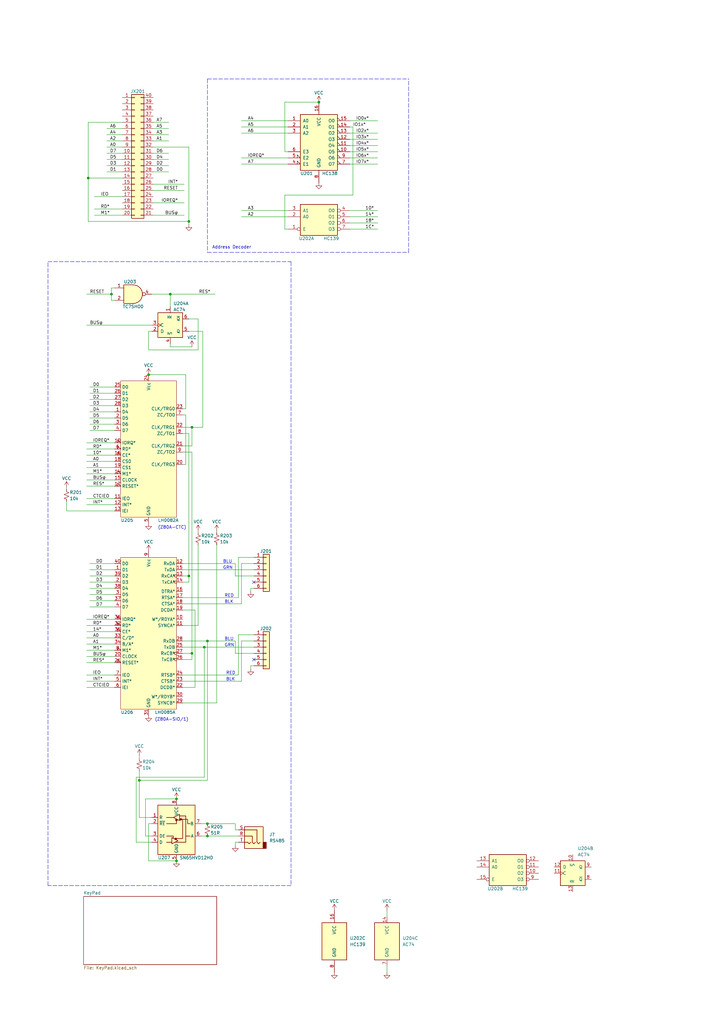
<source format=kicad_sch>
(kicad_sch (version 20211123) (generator eeschema)
  (paper "A3" portrait)
  (lib_symbols
    (symbol "74xx:74LS138" (pin_names (offset 1.016))
      (property "Reference" "U" (at -7.62 11.43 0))
      (property "Value" "74LS138" (at -7.62 -13.97 0))
      (symbol "74LS138_1_0"
        (pin input line (at -12.7 7.62 0) (length 5.08) (name "A0") (number "1"))
        (pin output output_low (at 12.7 -5.08 180) (length 5.08) (name "O5") (number "10"))
        (pin output output_low (at 12.7 -2.54 180) (length 5.08) (name "O4") (number "11"))
        (pin output output_low (at 12.7 0 180) (length 5.08) (name "O3") (number "12"))
        (pin output output_low (at 12.7 2.54 180) (length 5.08) (name "O2") (number "13"))
        (pin output output_low (at 12.7 5.08 180) (length 5.08) (name "O1") (number "14"))
        (pin output output_low (at 12.7 7.62 180) (length 5.08) (name "O0") (number "15"))
        (pin power_in line (at 0 15.24 270) (length 5.08) (name "VCC") (number "16"))
        (pin input line (at -12.7 5.08 0) (length 5.08) (name "A1") (number "2"))
        (pin input line (at -12.7 2.54 0) (length 5.08) (name "A2") (number "3"))
        (pin input input_low (at -12.7 -10.16 0) (length 5.08) (name "E1") (number "4"))
        (pin input input_low (at -12.7 -7.62 0) (length 5.08) (name "E2") (number "5"))
        (pin input line (at -12.7 -5.08 0) (length 5.08) (name "E3") (number "6"))
        (pin output output_low (at 12.7 -10.16 180) (length 5.08) (name "O7") (number "7"))
        (pin power_in line (at 0 -17.78 90) (length 5.08) (name "GND") (number "8"))
        (pin output output_low (at 12.7 -7.62 180) (length 5.08) (name "O6") (number "9"))
      )
      (symbol "74LS138_1_1"
        (rectangle (start -7.62 10.16) (end 7.62 -12.7) (stroke (width 0.254)) (fill (type background)))
      )
    )
    (symbol "74xx:74LS139" (pin_names (offset 1.016))
      (property "Reference" "U" (at -7.62 8.89 0))
      (property "Value" "74LS139" (at -7.62 -8.89 0))
      (symbol "74LS139_1_0"
        (pin input inverted (at -12.7 -5.08 0) (length 5.08) (name "E") (number "1"))
        (pin input line (at -12.7 0 0) (length 5.08) (name "A0") (number "2"))
        (pin input line (at -12.7 2.54 0) (length 5.08) (name "A1") (number "3"))
        (pin output inverted (at 12.7 2.54 180) (length 5.08) (name "O0") (number "4"))
        (pin output inverted (at 12.7 0 180) (length 5.08) (name "O1") (number "5"))
        (pin output inverted (at 12.7 -2.54 180) (length 5.08) (name "O2") (number "6"))
        (pin output inverted (at 12.7 -5.08 180) (length 5.08) (name "O3") (number "7"))
      )
      (symbol "74LS139_1_1"
        (rectangle (start -7.62 5.08) (end 7.62 -7.62) (stroke (width 0.254)) (fill (type background)))
      )
      (symbol "74LS139_2_0"
        (pin output inverted (at 12.7 -2.54 180) (length 5.08) (name "O2") (number "10"))
        (pin output inverted (at 12.7 0 180) (length 5.08) (name "O1") (number "11"))
        (pin output inverted (at 12.7 2.54 180) (length 5.08) (name "O0") (number "12"))
        (pin input line (at -12.7 2.54 0) (length 5.08) (name "A1") (number "13"))
        (pin input line (at -12.7 0 0) (length 5.08) (name "A0") (number "14"))
        (pin input inverted (at -12.7 -5.08 0) (length 5.08) (name "E") (number "15"))
        (pin output inverted (at 12.7 -5.08 180) (length 5.08) (name "O3") (number "9"))
      )
      (symbol "74LS139_2_1"
        (rectangle (start -7.62 5.08) (end 7.62 -7.62) (stroke (width 0.254)) (fill (type background)))
      )
      (symbol "74LS139_3_0"
        (pin power_in line (at 0 12.7 270) (length 5.08) (name "VCC") (number "16"))
        (pin power_in line (at 0 -12.7 90) (length 5.08) (name "GND") (number "8"))
      )
      (symbol "74LS139_3_1"
        (rectangle (start -5.08 7.62) (end 5.08 -7.62) (stroke (width 0.254)) (fill (type background)))
      )
    )
    (symbol "74xx:74LS74" (pin_names (offset 1.016))
      (property "Reference" "U" (at -7.62 8.89 0))
      (property "Value" "74LS74" (at -7.62 -8.89 0))
      (symbol "74LS74_1_0"
        (pin input line (at 0 -7.62 90) (length 2.54) (name "~{R}") (number "1"))
        (pin input line (at -7.62 2.54 0) (length 2.54) (name "D") (number "2"))
        (pin input clock (at -7.62 0 0) (length 2.54) (name "C") (number "3"))
        (pin input line (at 0 7.62 270) (length 2.54) (name "~{S}") (number "4"))
        (pin output line (at 7.62 2.54 180) (length 2.54) (name "Q") (number "5"))
        (pin output line (at 7.62 -2.54 180) (length 2.54) (name "~{Q}") (number "6"))
      )
      (symbol "74LS74_1_1"
        (rectangle (start -5.08 5.08) (end 5.08 -5.08) (stroke (width 0.254)) (fill (type background)))
      )
      (symbol "74LS74_2_0"
        (pin input line (at 0 7.62 270) (length 2.54) (name "~{S}") (number "10"))
        (pin input clock (at -7.62 0 0) (length 2.54) (name "C") (number "11"))
        (pin input line (at -7.62 2.54 0) (length 2.54) (name "D") (number "12"))
        (pin input line (at 0 -7.62 90) (length 2.54) (name "~{R}") (number "13"))
        (pin output line (at 7.62 -2.54 180) (length 2.54) (name "~{Q}") (number "8"))
        (pin output line (at 7.62 2.54 180) (length 2.54) (name "Q") (number "9"))
      )
      (symbol "74LS74_2_1"
        (rectangle (start -5.08 5.08) (end 5.08 -5.08) (stroke (width 0.254)) (fill (type background)))
      )
      (symbol "74LS74_3_0"
        (pin power_in line (at 0 10.16 270) (length 2.54) (name "VCC") (number "14"))
        (pin power_in line (at 0 -10.16 90) (length 2.54) (name "GND") (number "7"))
      )
      (symbol "74LS74_3_1"
        (rectangle (start -5.08 7.62) (end 5.08 -7.62) (stroke (width 0.254)) (fill (type background)))
      )
    )
    (symbol "Connector:AudioJack3"
      (property "Reference" "J" (at 0 8.89 0))
      (property "Value" "AudioJack3" (at 0 6.35 0))
      (symbol "AudioJack3_0_1"
        (rectangle (start -5.08 -5.08) (end -6.35 -2.54) (stroke (width 0.254)) (fill (type outline)))
        (polyline (pts (xy 0 -2.54) (xy 0.635 -3.175) (xy 1.27 -2.54) (xy 2.54 -2.54)) (stroke (width 0.254)))
        (polyline (pts (xy -1.905 -2.54) (xy -1.27 -3.175) (xy -0.635 -2.54) (xy -0.635 0) (xy 2.54 0)) (stroke (width 0.254)))
        (polyline (pts (xy 2.54 2.54) (xy -2.54 2.54) (xy -2.54 -2.54) (xy -3.175 -3.175) (xy -3.81 -2.54)) (stroke (width 0.254)))
        (rectangle (start 2.54 3.81) (end -5.08 -5.08) (stroke (width 0.254)) (fill (type background)))
      )
      (symbol "AudioJack3_1_1"
        (pin passive line (at 5.08 0 180) (length 2.54) (name "~") (number "R"))
        (pin passive line (at 5.08 2.54 180) (length 2.54) (name "~") (number "S"))
        (pin passive line (at 5.08 -2.54 180) (length 2.54) (name "~") (number "T"))
      )
    )
    (symbol "Connector_Generic:Conn_01x06" (pin_names (offset 1.016) hide)
      (property "Reference" "J" (at 0 7.62 0))
      (property "Value" "Conn_01x06" (at 0 -10.16 0))
      (symbol "Conn_01x06_1_1"
        (rectangle (start -1.27 -7.493) (end 0 -7.747) (stroke (width 0.1524)))
        (rectangle (start -1.27 -4.953) (end 0 -5.207) (stroke (width 0.1524)))
        (rectangle (start -1.27 -2.413) (end 0 -2.667) (stroke (width 0.1524)))
        (rectangle (start -1.27 0.127) (end 0 -0.127) (stroke (width 0.1524)))
        (rectangle (start -1.27 2.667) (end 0 2.413) (stroke (width 0.1524)))
        (rectangle (start -1.27 5.207) (end 0 4.953) (stroke (width 0.1524)))
        (rectangle (start -1.27 6.35) (end 1.27 -8.89) (stroke (width 0.254)) (fill (type background)))
        (pin passive line (at -5.08 5.08 0) (length 3.81) (name "Pin_1") (number "1"))
        (pin passive line (at -5.08 2.54 0) (length 3.81) (name "Pin_2") (number "2"))
        (pin passive line (at -5.08 0 0) (length 3.81) (name "Pin_3") (number "3"))
        (pin passive line (at -5.08 -2.54 0) (length 3.81) (name "Pin_4") (number "4"))
        (pin passive line (at -5.08 -5.08 0) (length 3.81) (name "Pin_5") (number "5"))
        (pin passive line (at -5.08 -7.62 0) (length 3.81) (name "Pin_6") (number "6"))
      )
    )
    (symbol "Connector_Generic:Conn_02x20_Counter_Clockwise" (pin_names (offset 1.016) hide)
      (property "Reference" "J" (at 1.27 25.4 0))
      (property "Value" "Conn_02x20_Counter_Clockwise" (at 1.27 -27.94 0))
      (symbol "Conn_02x20_Counter_Clockwise_1_1"
        (rectangle (start -1.27 -25.273) (end 0 -25.527) (stroke (width 0.1524)))
        (rectangle (start -1.27 -22.733) (end 0 -22.987) (stroke (width 0.1524)))
        (rectangle (start -1.27 -20.193) (end 0 -20.447) (stroke (width 0.1524)))
        (rectangle (start -1.27 -17.653) (end 0 -17.907) (stroke (width 0.1524)))
        (rectangle (start -1.27 -15.113) (end 0 -15.367) (stroke (width 0.1524)))
        (rectangle (start -1.27 -12.573) (end 0 -12.827) (stroke (width 0.1524)))
        (rectangle (start -1.27 -10.033) (end 0 -10.287) (stroke (width 0.1524)))
        (rectangle (start -1.27 -7.493) (end 0 -7.747) (stroke (width 0.1524)))
        (rectangle (start -1.27 -4.953) (end 0 -5.207) (stroke (width 0.1524)))
        (rectangle (start -1.27 -2.413) (end 0 -2.667) (stroke (width 0.1524)))
        (rectangle (start -1.27 0.127) (end 0 -0.127) (stroke (width 0.1524)))
        (rectangle (start -1.27 2.667) (end 0 2.413) (stroke (width 0.1524)))
        (rectangle (start -1.27 5.207) (end 0 4.953) (stroke (width 0.1524)))
        (rectangle (start -1.27 7.747) (end 0 7.493) (stroke (width 0.1524)))
        (rectangle (start -1.27 10.287) (end 0 10.033) (stroke (width 0.1524)))
        (rectangle (start -1.27 12.827) (end 0 12.573) (stroke (width 0.1524)))
        (rectangle (start -1.27 15.367) (end 0 15.113) (stroke (width 0.1524)))
        (rectangle (start -1.27 17.907) (end 0 17.653) (stroke (width 0.1524)))
        (rectangle (start -1.27 20.447) (end 0 20.193) (stroke (width 0.1524)))
        (rectangle (start -1.27 22.987) (end 0 22.733) (stroke (width 0.1524)))
        (rectangle (start -1.27 24.13) (end 3.81 -26.67) (stroke (width 0.254)) (fill (type background)))
        (rectangle (start 3.81 -25.273) (end 2.54 -25.527) (stroke (width 0.1524)))
        (rectangle (start 3.81 -22.733) (end 2.54 -22.987) (stroke (width 0.1524)))
        (rectangle (start 3.81 -20.193) (end 2.54 -20.447) (stroke (width 0.1524)))
        (rectangle (start 3.81 -17.653) (end 2.54 -17.907) (stroke (width 0.1524)))
        (rectangle (start 3.81 -15.113) (end 2.54 -15.367) (stroke (width 0.1524)))
        (rectangle (start 3.81 -12.573) (end 2.54 -12.827) (stroke (width 0.1524)))
        (rectangle (start 3.81 -10.033) (end 2.54 -10.287) (stroke (width 0.1524)))
        (rectangle (start 3.81 -7.493) (end 2.54 -7.747) (stroke (width 0.1524)))
        (rectangle (start 3.81 -4.953) (end 2.54 -5.207) (stroke (width 0.1524)))
        (rectangle (start 3.81 -2.413) (end 2.54 -2.667) (stroke (width 0.1524)))
        (rectangle (start 3.81 0.127) (end 2.54 -0.127) (stroke (width 0.1524)))
        (rectangle (start 3.81 2.667) (end 2.54 2.413) (stroke (width 0.1524)))
        (rectangle (start 3.81 5.207) (end 2.54 4.953) (stroke (width 0.1524)))
        (rectangle (start 3.81 7.747) (end 2.54 7.493) (stroke (width 0.1524)))
        (rectangle (start 3.81 10.287) (end 2.54 10.033) (stroke (width 0.1524)))
        (rectangle (start 3.81 12.827) (end 2.54 12.573) (stroke (width 0.1524)))
        (rectangle (start 3.81 15.367) (end 2.54 15.113) (stroke (width 0.1524)))
        (rectangle (start 3.81 17.907) (end 2.54 17.653) (stroke (width 0.1524)))
        (rectangle (start 3.81 20.447) (end 2.54 20.193) (stroke (width 0.1524)))
        (rectangle (start 3.81 22.987) (end 2.54 22.733) (stroke (width 0.1524)))
        (pin passive line (at -5.08 22.86 0) (length 3.81) (name "Pin_1") (number "1"))
        (pin passive line (at -5.08 0 0) (length 3.81) (name "Pin_10") (number "10"))
        (pin passive line (at -5.08 -2.54 0) (length 3.81) (name "Pin_11") (number "11"))
        (pin passive line (at -5.08 -5.08 0) (length 3.81) (name "Pin_12") (number "12"))
        (pin passive line (at -5.08 -7.62 0) (length 3.81) (name "Pin_13") (number "13"))
        (pin passive line (at -5.08 -10.16 0) (length 3.81) (name "Pin_14") (number "14"))
        (pin passive line (at -5.08 -12.7 0) (length 3.81) (name "Pin_15") (number "15"))
        (pin passive line (at -5.08 -15.24 0) (length 3.81) (name "Pin_16") (number "16"))
        (pin passive line (at -5.08 -17.78 0) (length 3.81) (name "Pin_17") (number "17"))
        (pin passive line (at -5.08 -20.32 0) (length 3.81) (name "Pin_18") (number "18"))
        (pin passive line (at -5.08 -22.86 0) (length 3.81) (name "Pin_19") (number "19"))
        (pin passive line (at -5.08 20.32 0) (length 3.81) (name "Pin_2") (number "2"))
        (pin passive line (at -5.08 -25.4 0) (length 3.81) (name "Pin_20") (number "20"))
        (pin passive line (at 7.62 -25.4 180) (length 3.81) (name "Pin_21") (number "21"))
        (pin passive line (at 7.62 -22.86 180) (length 3.81) (name "Pin_22") (number "22"))
        (pin passive line (at 7.62 -20.32 180) (length 3.81) (name "Pin_23") (number "23"))
        (pin passive line (at 7.62 -17.78 180) (length 3.81) (name "Pin_24") (number "24"))
        (pin passive line (at 7.62 -15.24 180) (length 3.81) (name "Pin_25") (number "25"))
        (pin passive line (at 7.62 -12.7 180) (length 3.81) (name "Pin_26") (number "26"))
        (pin passive line (at 7.62 -10.16 180) (length 3.81) (name "Pin_27") (number "27"))
        (pin passive line (at 7.62 -7.62 180) (length 3.81) (name "Pin_28") (number "28"))
        (pin passive line (at 7.62 -5.08 180) (length 3.81) (name "Pin_29") (number "29"))
        (pin passive line (at -5.08 17.78 0) (length 3.81) (name "Pin_3") (number "3"))
        (pin passive line (at 7.62 -2.54 180) (length 3.81) (name "Pin_30") (number "30"))
        (pin passive line (at 7.62 0 180) (length 3.81) (name "Pin_31") (number "31"))
        (pin passive line (at 7.62 2.54 180) (length 3.81) (name "Pin_32") (number "32"))
        (pin passive line (at 7.62 5.08 180) (length 3.81) (name "Pin_33") (number "33"))
        (pin passive line (at 7.62 7.62 180) (length 3.81) (name "Pin_34") (number "34"))
        (pin passive line (at 7.62 10.16 180) (length 3.81) (name "Pin_35") (number "35"))
        (pin passive line (at 7.62 12.7 180) (length 3.81) (name "Pin_36") (number "36"))
        (pin passive line (at 7.62 15.24 180) (length 3.81) (name "Pin_37") (number "37"))
        (pin passive line (at 7.62 17.78 180) (length 3.81) (name "Pin_38") (number "38"))
        (pin passive line (at 7.62 20.32 180) (length 3.81) (name "Pin_39") (number "39"))
        (pin passive line (at -5.08 15.24 0) (length 3.81) (name "Pin_4") (number "4"))
        (pin passive line (at 7.62 22.86 180) (length 3.81) (name "Pin_40") (number "40"))
        (pin passive line (at -5.08 12.7 0) (length 3.81) (name "Pin_5") (number "5"))
        (pin passive line (at -5.08 10.16 0) (length 3.81) (name "Pin_6") (number "6"))
        (pin passive line (at -5.08 7.62 0) (length 3.81) (name "Pin_7") (number "7"))
        (pin passive line (at -5.08 5.08 0) (length 3.81) (name "Pin_8") (number "8"))
        (pin passive line (at -5.08 2.54 0) (length 3.81) (name "Pin_9") (number "9"))
      )
    )
    (symbol "Device:R_Small_US" (pin_numbers hide) (pin_names (offset 0.254) hide)
      (property "Reference" "R" (at 0.762 0.508 0))
      (property "Value" "R_Small_US" (at 0.762 -1.016 0))
      (symbol "R_Small_US_1_1"
        (polyline (pts (xy 0 0) (xy 1.016 -0.381) (xy 0 -0.762) (xy -1.016 -1.143) (xy 0 -1.524)))
        (polyline (pts (xy 0 1.524) (xy 1.016 1.143) (xy 0 0.762) (xy -1.016 0.381) (xy 0 0)))
        (pin passive line (at 0 2.54 270) (length 1.016) (name "~") (number "1"))
        (pin passive line (at 0 -2.54 90) (length 1.016) (name "~") (number "2"))
      )
    )
    (symbol "Interface_UART:SN65HVD11HD"
      (property "Reference" "U" (at -7.62 12.7 0))
      (property "Value" "SN65HVD11HD" (at 2.54 12.7 0))
      (symbol "SN65HVD11HD_0_1"
        (rectangle (start -7.62 10.16) (end 7.62 -10.16) (stroke (width 0.254)) (fill (type background)))
        (circle (center -0.3048 -3.683) (radius 0.3556) (stroke (width 0.254)) (fill (type outline)))
        (circle (center -0.0254 4.0386) (radius 0.3556) (stroke (width 0.254)) (fill (type outline)))
        (polyline (pts (xy -4.064 -5.08) (xy -1.905 -5.08)) (stroke (width 0.254)))
        (polyline (pts (xy -4.064 5.08) (xy -1.27 5.08)) (stroke (width 0.254)))
        (polyline (pts (xy -1.27 -3.2004) (xy -1.27 -3.4544)) (stroke (width 0.254)))
        (polyline (pts (xy -4.064 -2.54) (xy -1.27 -2.54) (xy -1.27 -3.175)) (stroke (width 0.254)))
        (polyline (pts (xy 0 3.81) (xy 0 2.54) (xy -4.064 2.54)) (stroke (width 0.254)))
        (polyline (pts (xy 1.27 5.715) (xy 3.81 5.715) (xy 3.81 -2.54)) (stroke (width 0.254)))
        (polyline (pts (xy 2.54 4.318) (xy 2.54 -3.556) (xy -0.254 -3.556)) (stroke (width 0.254)))
        (polyline (pts (xy -1.905 -3.175) (xy -1.905 -5.715) (xy 0.635 -4.445) (xy -1.905 -3.175)) (stroke (width 0.254)))
        (polyline (pts (xy -1.27 5.08) (xy 1.27 6.35) (xy 1.27 3.81) (xy -1.27 5.08)) (stroke (width 0.254)))
        (polyline (pts (xy -0.508 -5.08) (xy 3.81 -5.08) (xy 3.81 -2.54) (xy 5.588 -2.54)) (stroke (width 0.254)))
        (polyline (pts (xy 2.032 4.318) (xy 4.572 4.318) (xy 4.572 2.54) (xy 5.588 2.54)) (stroke (width 0.254)))
        (rectangle (start 1.27 3.175) (end 1.27 3.175))
        (circle (center 1.778 4.318) (radius 0.3556) (stroke (width 0.254)) (fill (type outline)))
      )
      (symbol "SN65HVD11HD_1_1"
        (pin output line (at -10.16 5.08 0) (length 2.54) (name "R") (number "1"))
        (pin input line (at -10.16 2.54 0) (length 2.54) (name "~{RE}") (number "2"))
        (pin input line (at -10.16 -2.54 0) (length 2.54) (name "DE") (number "3"))
        (pin input line (at -10.16 -5.08 0) (length 2.54) (name "D") (number "4"))
        (pin power_in line (at 0 -12.7 90) (length 2.54) (name "GND") (number "5"))
        (pin bidirectional line (at 10.16 -2.54 180) (length 2.54) (name "A") (number "6"))
        (pin bidirectional line (at 10.16 2.54 180) (length 2.54) (name "B") (number "7"))
        (pin power_in line (at 0 12.7 270) (length 2.54) (name "VCC") (number "8"))
      )
    )
    (symbol "Toshiba_Sp:TC7SH00"
      (property "Reference" "U" (at 0.635 5.08 0))
      (property "Value" "TC7SH00" (at 4.445 -5.08 0))
      (symbol "TC7SH00_1_1"
        (arc (start 0 -3.81) (mid 3.81 0) (end 0 3.81) (stroke (width 0.254)) (fill (type background)))
        (polyline (pts (xy 0 3.81) (xy -3.81 3.81) (xy -3.81 -3.81) (xy 0 -3.81)) (stroke (width 0.254)) (fill (type background)))
        (pin input line (at -7.62 2.54 0) (length 3.81) (name "~") (number "1"))
        (pin input line (at -7.62 -2.54 0) (length 3.81) (name "~") (number "2"))
        (pin output inverted (at 7.62 0 180) (length 3.81) (name "~") (number "4"))
      )
    )
    (symbol "Zilog:Z80CTC"
      (property "Reference" "U" (at 6.35 29.21 0))
      (property "Value" "Z80CTC" (at 8.89 26.67 0))
      (symbol "Z80CTC_0_1"
        (rectangle (start -11.43 25.4) (end 11.43 -30.48) (fill (type background)))
      )
      (symbol "Z80CTC_1_1"
        (pin tri_state line (at -13.97 12.7 0) (length 2.54) (name "D4") (number "1"))
        (pin input input_low (at -13.97 0 0) (length 2.54) (name "IORQ*") (number "10"))
        (pin output line (at -13.97 -22.86 0) (length 2.54) (name "IEO") (number "11"))
        (pin output line (at -13.97 -25.4 0) (length 2.54) (name "INT*") (number "12"))
        (pin input line (at -13.97 -27.94 0) (length 2.54) (name "IEI") (number "13"))
        (pin input input_low (at -13.97 -12.7 0) (length 2.54) (name "M1*") (number "14"))
        (pin input line (at -13.97 -15.24 0) (length 2.54) (name "CLOCK") (number "15"))
        (pin input input_low (at -13.97 -5.08 0) (length 2.54) (name "CE*") (number "16"))
        (pin input input_low (at -13.97 -17.78 0) (length 2.54) (name "RESET*") (number "17"))
        (pin input line (at -13.97 -7.62 0) (length 2.54) (name "CS0") (number "18"))
        (pin input line (at -13.97 -10.16 0) (length 2.54) (name "CS1") (number "19"))
        (pin tri_state line (at -13.97 10.16 0) (length 2.54) (name "D5") (number "2"))
        (pin input line (at 13.97 -8.89 180) (length 2.54) (name "CLK/TRG3") (number "20"))
        (pin input line (at 13.97 -1.27 180) (length 2.54) (name "CLK/TRG2") (number "21"))
        (pin input line (at 13.97 6.35 180) (length 2.54) (name "CLK/TRG1") (number "22"))
        (pin input line (at 13.97 13.97 180) (length 2.54) (name "CLK/TRG0") (number "23"))
        (pin power_in line (at 0 27.94 270) (length 2.54) (name "Vcc") (number "24"))
        (pin tri_state line (at -13.97 22.86 0) (length 2.54) (name "D0") (number "25"))
        (pin tri_state line (at -13.97 20.32 0) (length 2.54) (name "D1") (number "26"))
        (pin tri_state line (at -13.97 17.78 0) (length 2.54) (name "D2") (number "27"))
        (pin tri_state line (at -13.97 15.24 0) (length 2.54) (name "D3") (number "28"))
        (pin tri_state line (at -13.97 7.62 0) (length 2.54) (name "D6") (number "3"))
        (pin tri_state line (at -13.97 5.08 0) (length 2.54) (name "D7") (number "4"))
        (pin power_in line (at 0 -33.02 90) (length 2.54) (name "GND") (number "5"))
        (pin input input_low (at -13.97 -2.54 0) (length 2.54) (name "RD*") (number "6"))
        (pin output line (at 13.97 11.43 180) (length 2.54) (name "ZC/TO0") (number "7"))
        (pin output line (at 13.97 3.81 180) (length 2.54) (name "ZC/TO1") (number "8"))
        (pin output line (at 13.97 -3.81 180) (length 2.54) (name "ZC/TO2") (number "9"))
      )
    )
    (symbol "Zilog:Z80SIO{slash}1"
      (property "Reference" "U" (at 3.81 31.75 0))
      (property "Value" "Z80SIO{slash}1" (at 7.62 29.21 0))
      (symbol "Z80SIO{slash}1_0_1"
        (rectangle (start -11.43 27.94) (end 11.43 -34.29) (fill (type background)))
      )
      (symbol "Z80SIO{slash}1_1_1"
        (pin tri_state line (at -13.97 22.86 0) (length 2.54) (name "D1") (number "1"))
        (pin input line (at 13.97 2.54 180) (length 2.54) (name "W*/RDYA*") (number "10"))
        (pin output line (at 13.97 0 180) (length 2.54) (name "SYNCA*") (number "11"))
        (pin input line (at 13.97 25.4 180) (length 2.54) (name "RxDA") (number "12"))
        (pin input clock (at 13.97 20.32 180) (length 2.54) (name "RxCA*") (number "13"))
        (pin output clock (at 13.97 17.78 180) (length 2.54) (name "TxCA*") (number "14"))
        (pin output line (at 13.97 22.86 180) (length 2.54) (name "TxDA") (number "15"))
        (pin input line (at 13.97 13.97 180) (length 2.54) (name "DTRA*") (number "16"))
        (pin output line (at 13.97 11.43 180) (length 2.54) (name "RTSA*") (number "17"))
        (pin input line (at 13.97 8.89 180) (length 2.54) (name "CTSA*") (number "18"))
        (pin output line (at 13.97 6.35 180) (length 2.54) (name "DCDA*") (number "19"))
        (pin tri_state line (at -13.97 17.78 0) (length 2.54) (name "D3") (number "2"))
        (pin input line (at -13.97 -12.7 0) (length 2.54) (name "CLOCK") (number "20"))
        (pin input input_low (at -13.97 -15.24 0) (length 2.54) (name "RESET*") (number "21"))
        (pin output line (at 13.97 -25.4 180) (length 2.54) (name "DCDB*") (number "22"))
        (pin input line (at 13.97 -22.86 180) (length 2.54) (name "CTSB*") (number "23"))
        (pin output line (at 13.97 -20.32 180) (length 2.54) (name "RTSB*") (number "24"))
        (pin output line (at 13.97 -8.89 180) (length 2.54) (name "TxDB") (number "25"))
        (pin output clock (at 13.97 -13.97 180) (length 2.54) (name "TxCB*") (number "26"))
        (pin input clock (at 13.97 -11.43 180) (length 2.54) (name "RxCB*") (number "27"))
        (pin input line (at 13.97 -6.35 180) (length 2.54) (name "RxDB") (number "28"))
        (pin output line (at 13.97 -31.75 180) (length 2.54) (name "SYNCB*") (number "29"))
        (pin tri_state line (at -13.97 12.7 0) (length 2.54) (name "D5") (number "3"))
        (pin input line (at 13.97 -29.21 180) (length 2.54) (name "W*/RDYB*") (number "30"))
        (pin power_in line (at 0 -36.83 90) (length 2.54) (name "GND") (number "31"))
        (pin input input_low (at -13.97 0 0) (length 2.54) (name "RD*") (number "32"))
        (pin input line (at -13.97 -5.08 0) (length 2.54) (name "C/D*") (number "33"))
        (pin input line (at -13.97 -7.62 0) (length 2.54) (name "B/A*") (number "34"))
        (pin input input_low (at -13.97 -2.54 0) (length 2.54) (name "CE*") (number "35"))
        (pin input input_low (at -13.97 2.54 0) (length 2.54) (name "IORQ*") (number "36"))
        (pin tri_state line (at -13.97 10.16 0) (length 2.54) (name "D6") (number "37"))
        (pin tri_state line (at -13.97 15.24 0) (length 2.54) (name "D4") (number "38"))
        (pin tri_state line (at -13.97 20.32 0) (length 2.54) (name "D2") (number "39"))
        (pin tri_state line (at -13.97 7.62 0) (length 2.54) (name "D7") (number "4"))
        (pin tri_state line (at -13.97 25.4 0) (length 2.54) (name "D0") (number "40"))
        (pin output line (at -13.97 -22.86 0) (length 2.54) (name "INT*") (number "5"))
        (pin input line (at -13.97 -25.4 0) (length 2.54) (name "IEI") (number "6"))
        (pin output line (at -13.97 -20.32 0) (length 2.54) (name "IEO") (number "7"))
        (pin input input_low (at -13.97 -10.16 0) (length 2.54) (name "M1*") (number "8"))
        (pin power_in line (at 0 30.48 270) (length 2.54) (name "Vcc") (number "9"))
      )
    )
    (symbol "power:GND" (power) (pin_names (offset 0))
      (property "Value" "GND" (at 0 -3.81 0))
      (symbol "GND_0_1"
        (polyline (pts (xy 0 0) (xy 0 -1.27) (xy 1.27 -1.27) (xy 0 -2.54) (xy -1.27 -1.27) (xy 0 -1.27)))
      )
      (symbol "GND_1_1"
        (pin power_in line (at 0 0 270) (length 0) hide (name "GND") (number "1"))
      )
    )
    (symbol "power:VCC" (power) (pin_names (offset 0))
      (property "Value" "VCC" (at 0 3.81 0))
      (symbol "VCC_0_1"
        (polyline (pts (xy -0.762 1.27) (xy 0 2.54)))
        (polyline (pts (xy 0 0) (xy 0 2.54)))
        (polyline (pts (xy 0 2.54) (xy 0.762 1.27)))
      )
      (symbol "VCC_1_1"
        (pin power_in line (at 0 0 90) (length 0) hide (name "VCC") (number "1"))
      )
    )
  )
  (junction (at 60.96 153.67))
  (junction (at 78.74 267.97))
  (junction (at 72.39 327.66))
  (junction (at 72.39 353.06))
  (junction (at 45.72 120.65))
  (junction (at 85.09 342.9))
  (junction (at 77.47 236.22))
  (junction (at 85.09 337.82))
  (junction (at 83.82 265.43))
  (junction (at 69.85 120.65))
  (junction (at 85.09 262.89))
  (junction (at 78.74 175.26))
  (junction (at 36.195 73.025))
  (junction (at 77.47 90.805))
  (junction (at 130.81 41.91))
  (junction (at 57.15 320.04))
  (no_connect (at 104.14 238.76))
  (no_connect (at 104.14 270.51))
  (wire (pts (xy 83.82 265.43) (xy 104.14 265.43)))
  (wire (pts (xy 36.83 166.37) (xy 46.99 166.37)))
  (wire (pts (xy 83.185 175.26) (xy 83.185 135.89)))
  (wire (pts (xy 57.15 309.88) (xy 57.15 311.15)))
  (wire (pts (xy 99.06 52.07) (xy 118.11 52.07)))
  (wire (pts (xy 36.83 233.68) (xy 46.99 233.68)))
  (wire (pts (xy 62.865 67.945) (xy 69.215 67.945)))
  (wire (pts (xy 74.93 270.51) (xy 78.74 270.51)))
  (wire (pts (xy 36.195 90.805) (xy 77.47 90.805)))
  (wire (pts (xy 36.83 168.91) (xy 46.99 168.91)))
  (wire (pts (xy 77.47 60.325) (xy 77.47 90.805)))
  (wire (pts (xy 35.56 194.31) (xy 46.99 194.31)))
  (wire (pts (xy 143.51 52.07) (xy 144.78 52.07)))
  (wire (pts (xy 69.85 140.97) (xy 69.85 142.24)))
  (wire (pts (xy 81.28 143.51) (xy 60.96 143.51)))
  (polyline (pts (xy 167.64 103.505) (xy 167.64 32.385)))
  (wire (pts (xy 116.84 80.01) (xy 116.84 93.98)))
  (wire (pts (xy 55.88 318.77) (xy 55.88 345.44)))
  (wire (pts (xy 69.85 142.24) (xy 78.74 142.24)))
  (wire (pts (xy 62.865 83.185) (xy 75.565 83.185)))
  (wire (pts (xy 62.865 52.705) (xy 69.215 52.705)))
  (wire (pts (xy 74.93 233.68) (xy 104.14 233.68)))
  (wire (pts (xy 78.74 182.88) (xy 78.74 175.26)))
  (wire (pts (xy 77.47 130.81) (xy 81.28 130.81)))
  (wire (pts (xy 96.52 236.22) (xy 104.14 236.22)))
  (wire (pts (xy 104.14 262.89) (xy 99.06 262.89)))
  (wire (pts (xy 78.74 175.26) (xy 74.93 175.26)))
  (wire (pts (xy 143.51 62.23) (xy 154.94 62.23)))
  (wire (pts (xy 57.15 320.04) (xy 85.09 320.04)))
  (wire (pts (xy 158.75 373.38) (xy 158.75 375.92)))
  (wire (pts (xy 62.865 78.105) (xy 75.565 78.105)))
  (wire (pts (xy 36.83 236.22) (xy 46.99 236.22)))
  (wire (pts (xy 82.55 342.9) (xy 85.09 342.9)))
  (wire (pts (xy 35.56 264.16) (xy 46.99 264.16)))
  (wire (pts (xy 38.735 85.725) (xy 50.165 85.725)))
  (wire (pts (xy 35.56 279.4) (xy 46.99 279.4)))
  (wire (pts (xy 104.14 231.14) (xy 99.06 231.14)))
  (wire (pts (xy 96.52 231.14) (xy 96.52 236.22)))
  (wire (pts (xy 27.305 205.74) (xy 27.305 209.55)))
  (wire (pts (xy 62.865 50.165) (xy 69.215 50.165)))
  (wire (pts (xy 60.96 337.82) (xy 60.96 353.06)))
  (wire (pts (xy 97.79 260.35) (xy 97.79 276.86)))
  (polyline (pts (xy 85.09 32.385) (xy 167.64 32.385)))
  (wire (pts (xy 76.2 167.64) (xy 76.2 153.67)))
  (wire (pts (xy 116.84 93.98) (xy 118.11 93.98)))
  (wire (pts (xy 81.28 130.81) (xy 81.28 143.51)))
  (wire (pts (xy 97.79 345.44) (xy 96.52 345.44)))
  (wire (pts (xy 104.14 273.05) (xy 102.87 273.05)))
  (wire (pts (xy 43.815 55.245) (xy 50.165 55.245)))
  (wire (pts (xy 118.11 62.23) (xy 116.84 62.23)))
  (wire (pts (xy 59.69 327.66) (xy 72.39 327.66)))
  (wire (pts (xy 74.93 281.94) (xy 80.01 281.94)))
  (wire (pts (xy 62.865 88.265) (xy 75.565 88.265)))
  (wire (pts (xy 96.52 262.89) (xy 96.52 267.97)))
  (wire (pts (xy 143.51 86.36) (xy 154.94 86.36)))
  (wire (pts (xy 74.93 177.8) (xy 77.47 177.8)))
  (wire (pts (xy 36.83 173.99) (xy 46.99 173.99)))
  (wire (pts (xy 80.01 250.19) (xy 80.01 281.94)))
  (wire (pts (xy 27.305 209.55) (xy 46.99 209.55)))
  (wire (pts (xy 77.47 177.8) (xy 77.47 236.22)))
  (wire (pts (xy 36.83 246.38) (xy 46.99 246.38)))
  (wire (pts (xy 144.78 52.07) (xy 144.78 80.01)))
  (wire (pts (xy 36.83 231.14) (xy 46.99 231.14)))
  (wire (pts (xy 88.9 217.805) (xy 88.9 218.44)))
  (wire (pts (xy 74.93 250.19) (xy 80.01 250.19)))
  (wire (pts (xy 81.28 223.52) (xy 81.28 256.54)))
  (wire (pts (xy 35.56 199.39) (xy 46.99 199.39)))
  (wire (pts (xy 99.06 88.9) (xy 118.11 88.9)))
  (wire (pts (xy 77.47 238.76) (xy 77.47 236.22)))
  (polyline (pts (xy 119.38 363.22) (xy 19.685 363.22)))
  (wire (pts (xy 88.9 223.52) (xy 88.9 288.29)))
  (polyline (pts (xy 85.09 103.505) (xy 167.64 103.505)))
  (wire (pts (xy 104.14 228.6) (xy 97.79 228.6)))
  (wire (pts (xy 35.56 261.62) (xy 46.99 261.62)))
  (wire (pts (xy 99.06 262.89) (xy 99.06 279.4)))
  (wire (pts (xy 57.15 335.28) (xy 57.15 320.04)))
  (wire (pts (xy 143.51 91.44) (xy 154.94 91.44)))
  (wire (pts (xy 85.09 262.89) (xy 85.09 320.04)))
  (wire (pts (xy 43.815 65.405) (xy 50.165 65.405)))
  (wire (pts (xy 116.84 41.91) (xy 130.81 41.91)))
  (wire (pts (xy 85.09 337.82) (xy 96.52 337.82)))
  (wire (pts (xy 143.51 57.15) (xy 154.94 57.15)))
  (wire (pts (xy 35.56 186.69) (xy 46.99 186.69)))
  (wire (pts (xy 35.56 276.86) (xy 46.99 276.86)))
  (wire (pts (xy 36.195 50.165) (xy 36.195 73.025)))
  (wire (pts (xy 36.195 73.025) (xy 36.195 90.805)))
  (wire (pts (xy 69.85 120.65) (xy 88.265 120.65)))
  (wire (pts (xy 97.79 245.11) (xy 74.93 245.11)))
  (wire (pts (xy 74.93 185.42) (xy 78.74 185.42)))
  (wire (pts (xy 62.865 62.865) (xy 69.215 62.865)))
  (wire (pts (xy 45.72 123.19) (xy 46.99 123.19)))
  (wire (pts (xy 74.93 238.76) (xy 77.47 238.76)))
  (wire (pts (xy 83.82 265.43) (xy 83.82 318.77)))
  (wire (pts (xy 77.47 236.22) (xy 74.93 236.22)))
  (wire (pts (xy 99.06 247.65) (xy 74.93 247.65)))
  (wire (pts (xy 35.56 189.23) (xy 46.99 189.23)))
  (wire (pts (xy 81.28 217.805) (xy 81.28 218.44)))
  (wire (pts (xy 43.815 57.785) (xy 50.165 57.785)))
  (wire (pts (xy 74.93 262.89) (xy 85.09 262.89)))
  (wire (pts (xy 78.74 175.26) (xy 83.185 175.26)))
  (wire (pts (xy 74.93 256.54) (xy 81.28 256.54)))
  (wire (pts (xy 38.735 88.265) (xy 50.165 88.265)))
  (wire (pts (xy 62.865 70.485) (xy 69.215 70.485)))
  (wire (pts (xy 77.47 90.805) (xy 77.47 92.075)))
  (wire (pts (xy 35.56 259.08) (xy 46.99 259.08)))
  (wire (pts (xy 36.195 73.025) (xy 50.165 73.025)))
  (wire (pts (xy 36.195 50.165) (xy 50.165 50.165)))
  (wire (pts (xy 76.2 170.18) (xy 76.2 190.5)))
  (wire (pts (xy 96.52 267.97) (xy 104.14 267.97)))
  (wire (pts (xy 97.79 228.6) (xy 97.79 245.11)))
  (wire (pts (xy 104.14 241.3) (xy 102.87 241.3)))
  (wire (pts (xy 74.93 265.43) (xy 83.82 265.43)))
  (wire (pts (xy 36.83 176.53) (xy 46.99 176.53)))
  (wire (pts (xy 38.735 80.645) (xy 50.165 80.645)))
  (wire (pts (xy 59.69 342.9) (xy 59.69 327.66)))
  (wire (pts (xy 144.78 80.01) (xy 116.84 80.01)))
  (wire (pts (xy 74.93 182.88) (xy 78.74 182.88)))
  (wire (pts (xy 36.83 163.83) (xy 46.99 163.83)))
  (wire (pts (xy 55.88 345.44) (xy 62.23 345.44)))
  (wire (pts (xy 60.96 143.51) (xy 60.96 135.89)))
  (wire (pts (xy 97.79 340.36) (xy 96.52 340.36)))
  (wire (pts (xy 102.87 241.3) (xy 102.87 242.57)))
  (wire (pts (xy 45.72 120.65) (xy 45.72 123.19)))
  (wire (pts (xy 62.865 55.245) (xy 69.215 55.245)))
  (wire (pts (xy 78.74 185.42) (xy 78.74 267.97)))
  (wire (pts (xy 45.72 118.11) (xy 45.72 120.65)))
  (wire (pts (xy 35.56 207.01) (xy 46.99 207.01)))
  (wire (pts (xy 99.06 67.31) (xy 118.11 67.31)))
  (wire (pts (xy 78.74 267.97) (xy 74.93 267.97)))
  (wire (pts (xy 35.56 254) (xy 46.99 254)))
  (wire (pts (xy 45.72 118.11) (xy 46.99 118.11)))
  (wire (pts (xy 74.93 231.14) (xy 96.52 231.14)))
  (wire (pts (xy 77.47 135.89) (xy 83.185 135.89)))
  (wire (pts (xy 43.815 67.945) (xy 50.165 67.945)))
  (wire (pts (xy 74.93 288.29) (xy 88.9 288.29)))
  (wire (pts (xy 36.83 248.92) (xy 46.99 248.92)))
  (wire (pts (xy 158.75 398.78) (xy 158.75 396.24)))
  (wire (pts (xy 43.815 60.325) (xy 50.165 60.325)))
  (wire (pts (xy 76.2 153.67) (xy 60.96 153.67)))
  (wire (pts (xy 104.14 260.35) (xy 97.79 260.35)))
  (polyline (pts (xy 19.685 363.22) (xy 19.685 107.315)))
  (wire (pts (xy 43.815 52.705) (xy 50.165 52.705)))
  (wire (pts (xy 43.815 70.485) (xy 50.165 70.485)))
  (wire (pts (xy 35.56 281.94) (xy 46.99 281.94)))
  (wire (pts (xy 143.51 67.31) (xy 154.94 67.31)))
  (wire (pts (xy 99.06 231.14) (xy 99.06 247.65)))
  (wire (pts (xy 143.51 54.61) (xy 154.94 54.61)))
  (wire (pts (xy 78.74 270.51) (xy 78.74 267.97)))
  (wire (pts (xy 102.87 273.05) (xy 102.87 274.32)))
  (wire (pts (xy 99.06 54.61) (xy 118.11 54.61)))
  (wire (pts (xy 83.82 318.77) (xy 55.88 318.77)))
  (wire (pts (xy 35.56 120.65) (xy 45.72 120.65)))
  (wire (pts (xy 57.15 316.23) (xy 57.15 320.04)))
  (wire (pts (xy 35.56 133.35) (xy 62.23 133.35)))
  (wire (pts (xy 62.23 335.28) (xy 57.15 335.28)))
  (wire (pts (xy 36.83 241.3) (xy 46.99 241.3)))
  (wire (pts (xy 35.56 181.61) (xy 46.99 181.61)))
  (wire (pts (xy 96.52 345.44) (xy 96.52 346.71)))
  (wire (pts (xy 62.865 65.405) (xy 69.215 65.405)))
  (wire (pts (xy 76.2 190.5) (xy 74.93 190.5)))
  (polyline (pts (xy 19.685 107.315) (xy 119.38 107.315)))
  (wire (pts (xy 36.83 161.29) (xy 46.99 161.29)))
  (wire (pts (xy 36.83 238.76) (xy 46.99 238.76)))
  (wire (pts (xy 99.06 49.53) (xy 118.11 49.53)))
  (wire (pts (xy 116.84 62.23) (xy 116.84 41.91)))
  (wire (pts (xy 82.55 337.82) (xy 85.09 337.82)))
  (wire (pts (xy 62.23 342.9) (xy 59.69 342.9)))
  (wire (pts (xy 143.51 93.98) (xy 154.94 93.98)))
  (polyline (pts (xy 119.38 107.315) (xy 119.38 363.22)))
  (wire (pts (xy 69.85 120.65) (xy 69.85 125.73)))
  (wire (pts (xy 99.06 279.4) (xy 74.93 279.4)))
  (wire (pts (xy 62.865 75.565) (xy 75.565 75.565)))
  (wire (pts (xy 143.51 59.69) (xy 154.94 59.69)))
  (wire (pts (xy 35.56 269.24) (xy 46.99 269.24)))
  (wire (pts (xy 60.96 135.89) (xy 62.23 135.89)))
  (wire (pts (xy 85.09 262.89) (xy 96.52 262.89)))
  (wire (pts (xy 35.56 256.54) (xy 46.99 256.54)))
  (wire (pts (xy 99.06 86.36) (xy 118.11 86.36)))
  (wire (pts (xy 62.23 337.82) (xy 60.96 337.82)))
  (wire (pts (xy 62.865 60.325) (xy 77.47 60.325)))
  (wire (pts (xy 35.56 191.77) (xy 46.99 191.77)))
  (polyline (pts (xy 85.09 32.385) (xy 85.09 103.505)))
  (wire (pts (xy 36.83 171.45) (xy 46.99 171.45)))
  (wire (pts (xy 43.815 62.865) (xy 50.165 62.865)))
  (wire (pts (xy 97.79 276.86) (xy 74.93 276.86)))
  (wire (pts (xy 143.51 88.9) (xy 154.94 88.9)))
  (wire (pts (xy 62.23 120.65) (xy 69.85 120.65)))
  (wire (pts (xy 74.93 167.64) (xy 76.2 167.64)))
  (wire (pts (xy 62.865 57.785) (xy 69.215 57.785)))
  (wire (pts (xy 143.51 49.53) (xy 154.94 49.53)))
  (wire (pts (xy 27.305 200.025) (xy 27.305 200.66)))
  (wire (pts (xy 85.09 342.9) (xy 97.79 342.9)))
  (wire (pts (xy 99.06 64.77) (xy 118.11 64.77)))
  (wire (pts (xy 35.56 204.47) (xy 46.99 204.47)))
  (wire (pts (xy 35.56 196.85) (xy 46.99 196.85)))
  (wire (pts (xy 35.56 266.7) (xy 46.99 266.7)))
  (wire (pts (xy 143.51 64.77) (xy 154.94 64.77)))
  (wire (pts (xy 96.52 340.36) (xy 96.52 337.82)))
  (wire (pts (xy 35.56 271.78) (xy 46.99 271.78)))
  (wire (pts (xy 60.96 353.06) (xy 72.39 353.06)))
  (wire (pts (xy 36.83 243.84) (xy 46.99 243.84)))
  (wire (pts (xy 74.93 170.18) (xy 76.2 170.18)))
  (wire (pts (xy 35.56 184.15) (xy 46.99 184.15)))
  (wire (pts (xy 36.83 158.75) (xy 46.99 158.75)))
  (text "BLK" (at 92.71 279.4 0) (effects (font (size 1.27 1.27)) (justify left bottom)))
  (text "RED" (at 92.075 245.11 0) (effects (font (size 1.27 1.27)) (justify left bottom)))
  (text "Address Decoder" (at 86.995 102.235 0) (effects (font (size 1.27 1.27)) (justify left bottom)))
  (text "BLK" (at 92.075 247.65 0) (effects (font (size 1.27 1.27)) (justify left bottom)))
  (text "(Z80A-CTC)" (at 64.77 217.17 0) (effects (font (size 1.27 1.27)) (justify left bottom)))
  (text "RED" (at 92.71 276.86 0) (effects (font (size 1.27 1.27)) (justify left bottom)))
  (text "BLU" (at 92.075 262.89 0) (effects (font (size 1.27 1.27)) (justify left bottom)))
  (text "GRN" (at 92.075 265.43 0) (effects (font (size 1.27 1.27)) (justify left bottom)))
  (text "GRN" (at 91.44 233.68 0) (effects (font (size 1.27 1.27)) (justify left bottom)))
  (text "(Z80A-SIO/1)" (at 63.5 295.91 0) (effects (font (size 1.27 1.27)) (justify left bottom)))
  (text "BLU" (at 91.44 231.14 0) (effects (font (size 1.27 1.27)) (justify left bottom)))
  (label "INT*" (at 73.025 75.565 180))
  (label "IO1x*" (at 144.78 52.07 0))
  (label "IO3x*" (at 146.05 57.15 0))
  (label "A6" (at 45.085 52.705 0))
  (label "D1" (at 45.085 70.485 0))
  (label "A5" (at 64.135 52.705 0))
  (label "CTCIEO" (at 38.1 281.94 0))
  (label "RES*" (at 86.36 120.65 180))
  (label "IOREQ*" (at 38.1 181.61 0))
  (label "A6" (at 101.6 54.61 0))
  (label "D0" (at 64.135 70.485 0))
  (label "IO5x*" (at 146.05 62.23 0))
  (label "CTCIEO" (at 38.1 204.47 0))
  (label "14*" (at 149.86 88.9 0))
  (label "D4" (at 38.1 168.91 0))
  (label "D3" (at 38.1 166.37 0))
  (label "A1" (at 38.1 264.16 0))
  (label "IO7x*" (at 146.05 67.31 0))
  (label "A4" (at 101.6 49.53 0))
  (label "BUSφ" (at 38.1 269.24 0))
  (label "IEO" (at 41.275 80.645 0))
  (label "A0" (at 38.1 189.23 0))
  (label "A5" (at 101.6 52.07 0))
  (label "A4" (at 45.085 55.245 0))
  (label "D7" (at 45.085 62.865 0))
  (label "D2" (at 64.135 67.945 0))
  (label "D2" (at 38.1 163.83 0))
  (label "D7" (at 39.37 248.92 0))
  (label "D5" (at 45.085 65.405 0))
  (label "IOREQ*" (at 38.1 254 0))
  (label "A3" (at 101.6 86.36 0))
  (label "D5" (at 39.37 243.84 0))
  (label "D6" (at 39.37 246.38 0))
  (label "1C*" (at 149.86 93.98 0))
  (label "D3" (at 39.37 238.76 0))
  (label "IOREQ*" (at 73.025 83.185 180))
  (label "M1*" (at 38.1 266.7 0))
  (label "D3" (at 45.085 67.945 0))
  (label "D4" (at 39.37 241.3 0))
  (label "BUSφ" (at 73.025 88.265 180))
  (label "M1*" (at 41.275 88.265 0))
  (label "INT*" (at 38.1 207.01 0))
  (label "IO4x*" (at 146.05 59.69 0))
  (label "A0" (at 45.085 60.325 0))
  (label "D1" (at 39.37 233.68 0))
  (label "A7" (at 101.6 67.31 0))
  (label "M1*" (at 38.1 194.31 0))
  (label "18*" (at 149.86 91.44 0))
  (label "IO0x*" (at 146.05 49.53 0))
  (label "BUSφ" (at 38.1 196.85 0))
  (label "10*" (at 149.86 86.36 0))
  (label "D6" (at 64.135 62.865 0))
  (label "10*" (at 38.1 186.69 0))
  (label "IO2x*" (at 146.05 54.61 0))
  (label "RES*" (at 38.1 271.78 0))
  (label "BUSφ" (at 36.83 133.35 0))
  (label "D0" (at 39.37 231.14 0))
  (label "RES*" (at 38.1 199.39 0))
  (label "D5" (at 38.1 171.45 0))
  (label "IOREQ*" (at 101.6 64.77 0))
  (label "A1" (at 38.1 191.77 0))
  (label "D4" (at 64.135 65.405 0))
  (label "D2" (at 39.37 236.22 0))
  (label "D1" (at 38.1 161.29 0))
  (label "IEO" (at 38.1 276.86 0))
  (label "A3" (at 64.135 55.245 0))
  (label "D0" (at 38.1 158.75 0))
  (label "RD*" (at 38.1 256.54 0))
  (label "D7" (at 38.1 176.53 0))
  (label "A0" (at 38.1 261.62 0))
  (label "A2" (at 101.6 88.9 0))
  (label "INT*" (at 38.1 279.4 0))
  (label "IO6x*" (at 146.05 64.77 0))
  (label "D6" (at 38.1 173.99 0))
  (label "RESET" (at 73.025 78.105 180))
  (label "A1" (at 64.135 57.785 0))
  (label "RD*" (at 38.1 184.15 0))
  (label "RESET" (at 36.83 120.65 0))
  (label "A2" (at 45.085 57.785 0))
  (label "A7" (at 64.135 50.165 0))
  (label "RD*" (at 41.275 85.725 0))
  (label "14*" (at 38.1 259.08 0))
  (symbol (lib_id "Zilog:Z80SIO{slash}1") (at 60.96 256.54 0) (unit 1)
    (property "Reference" "U206" (at 49.53 292.1 0) (effects (justify left)))
    (property "Value" "LH0085A" (at 63.5 292.1 0) (effects (justify left)))
  )
  (symbol (lib_id "Connector:AudioJack3") (at 102.87 342.9 0) (mirror y) (unit 1)
    (property "Reference" "J?" (at 110.49 342.2649 0) (effects (justify right)))
    (property "Value" "RS485" (at 110.49 344.8049 0) (effects (justify right)))
  )
  (symbol (lib_id "power:VCC") (at 81.28 217.805 0) (unit 1)
    (property "Reference" "#PWR?" (effects hide))
    (property "Value" "VCC" (at 81.28 213.995 0))
  )
  (symbol (lib_id "Device:R_Small_US") (at 85.09 340.36 0) (unit 1)
    (property "Reference" "R205" (at 86.36 339.09 0) (effects (justify left)))
    (property "Value" "51R" (at 86.36 341.63 0) (effects (justify left)))
  )
  (symbol (lib_id "power:GND") (at 72.39 353.06 0) (unit 1)
    (property "Reference" "#PWR?" (effects hide))
    (property "Value" "GND" (effects hide))
  )
  (symbol (lib_id "74xx:74LS74") (at 158.75 386.08 0) (unit 3)
    (property "Reference" "U204" (at 165.1 384.8099 0) (effects (justify left)))
    (property "Value" "AC74" (at 165.1 387.3499 0) (effects (justify left)))
    (property "Datasheet" "74xx/74hc_hct74.pdf" (effects hide))
  )
  (symbol (lib_id "74xx:74LS139") (at 130.81 88.9 0) (unit 1)
    (property "Reference" "U202" (at 125.73 97.79 0))
    (property "Value" "HC139" (at 135.89 97.79 0))
    (property "Datasheet" "http://www.ti.com/lit/ds/symlink/sn74ls139a.pdf" (effects hide))
  )
  (symbol (lib_id "power:VCC") (at 137.16 373.38 0) (unit 1)
    (property "Reference" "#PWR?" (effects hide))
    (property "Value" "VCC" (at 137.16 369.57 0))
  )
  (symbol (lib_id "Device:R_Small_US") (at 88.9 220.98 0) (unit 1)
    (property "Reference" "R203" (at 90.17 219.71 0) (effects (justify left)))
    (property "Value" "10k" (at 90.17 222.25 0) (effects (justify left)))
  )
  (symbol (lib_id "74xx:74LS139") (at 208.28 355.6 0) (unit 2)
    (property "Reference" "U202" (at 203.2 364.49 0))
    (property "Value" "HC139" (at 213.36 364.49 0))
    (property "Datasheet" "http://www.ti.com/lit/ds/symlink/sn74ls139a.pdf" (effects hide))
  )
  (symbol (lib_id "power:GND") (at 77.47 92.075 0) (unit 1)
    (property "Reference" "#PWR?" (effects hide))
    (property "Value" "GND" (effects hide))
  )
  (symbol (lib_id "power:GND") (at 158.75 398.78 0) (unit 1)
    (property "Reference" "#PWR?" (effects hide))
    (property "Value" "GND" (effects hide))
  )
  (symbol (lib_id "power:GND") (at 102.87 274.32 0) (unit 1)
    (property "Reference" "#PWR?" (effects hide))
    (property "Value" "GND" (effects hide))
  )
  (symbol (lib_id "Connector_Generic:Conn_01x06") (at 109.22 265.43 0) (unit 1)
    (property "Reference" "J202" (at 106.68 257.81 0) (effects (justify left)))
    (property "Value" "Conn_01x06" (effects hide))
  )
  (symbol (lib_id "power:GND") (at 130.81 74.93 0) (unit 1)
    (property "Reference" "#PWR?" (effects hide))
    (property "Value" "GND" (effects hide))
  )
  (symbol (lib_id "power:VCC") (at 60.96 153.67 0) (unit 1)
    (property "Reference" "#PWR?" (effects hide))
    (property "Value" "VCC" (at 60.96 149.86 0))
  )
  (symbol (lib_id "Toshiba_Sp:TC7SH00") (at 54.61 120.65 0) (unit 1)
    (property "Reference" "U203" (at 53.34 115.57 0))
    (property "Value" "TC7SH00" (at 54.61 125.73 0))
  )
  (symbol (lib_id "power:VCC") (at 27.305 200.025 0) (unit 1)
    (property "Reference" "#PWR?" (effects hide))
    (property "Value" "VCC" (at 27.305 196.215 0))
  )
  (symbol (lib_id "power:VCC") (at 78.74 142.24 0) (unit 1)
    (property "Reference" "#PWR?" (effects hide))
    (property "Value" "VCC" (at 78.74 138.43 0))
  )
  (symbol (lib_id "power:VCC") (at 72.39 327.66 0) (unit 1)
    (property "Reference" "#PWR?" (effects hide))
    (property "Value" "VCC" (at 72.39 323.85 0))
  )
  (symbol (lib_id "power:GND") (at 137.16 398.78 0) (unit 1)
    (property "Reference" "#PWR?" (effects hide))
    (property "Value" "GND" (effects hide))
  )
  (symbol (lib_id "Interface_UART:SN65HVD11HD") (at 72.39 340.36 0) (unit 1)
    (property "Reference" "U207" (at 64.77 351.79 0) (effects (justify left)))
    (property "Value" "SN65HVD12HD" (at 73.66 351.79 0) (effects (justify left)))
    (property "Footprint" "Package_SO:SOIC-8_3.9x4.9mm_P1.27mm" (effects hide))
    (property "Datasheet" "http://www.ti.com/lit/ds/symlink/sn65hvd11-ht.pdf" (effects hide))
  )
  (symbol (lib_id "power:GND") (at 96.52 346.71 0) (unit 1)
    (property "Reference" "#PWR?" (effects hide))
    (property "Value" "GND" (effects hide))
  )
  (symbol (lib_id "Device:R_Small_US") (at 57.15 313.69 0) (unit 1)
    (property "Reference" "R204" (at 58.42 312.42 0) (effects (justify left)))
    (property "Value" "10k" (at 58.42 314.96 0) (effects (justify left)))
  )
  (symbol (lib_id "Device:R_Small_US") (at 81.28 220.98 0) (unit 1)
    (property "Reference" "R202" (at 82.55 219.71 0) (effects (justify left)))
    (property "Value" "10k" (at 82.55 222.25 0) (effects (justify left)))
  )
  (symbol (lib_id "Connector_Generic:Conn_01x06") (at 109.22 233.68 0) (unit 1)
    (property "Reference" "J201" (at 106.68 226.06 0) (effects (justify left)))
    (property "Value" "Conn_01x06" (effects hide))
  )
  (symbol (lib_id "74xx:74LS74") (at 69.85 133.35 0) (mirror x) (unit 1)
    (property "Reference" "U204" (at 71.12 124.46 0) (effects (justify left)))
    (property "Value" "AC74" (at 71.12 127 0) (effects (justify left)))
    (property "Datasheet" "74xx/74hc_hct74.pdf" (effects hide))
  )
  (symbol (lib_id "74xx:74LS139") (at 137.16 386.08 0) (unit 3)
    (property "Reference" "U202" (at 143.51 384.8099 0) (effects (justify left)))
    (property "Value" "HC139" (at 143.51 387.3499 0) (effects (justify left)))
    (property "Datasheet" "http://www.ti.com/lit/ds/symlink/sn74ls139a.pdf" (effects hide))
  )
  (symbol (lib_id "74xx:74LS74") (at 234.95 358.14 0) (unit 2)
    (property "Reference" "U204" (at 236.9694 347.98 0) (effects (justify left)))
    (property "Value" "AC74" (at 236.9694 350.52 0) (effects (justify left)))
    (property "Datasheet" "74xx/74hc_hct74.pdf" (effects hide))
  )
  (symbol (lib_id "power:GND") (at 102.87 242.57 0) (unit 1)
    (property "Reference" "#PWR?" (effects hide))
    (property "Value" "GND" (effects hide))
  )
  (symbol (lib_id "74xx:74LS138") (at 130.81 57.15 0) (unit 1)
    (property "Reference" "U201" (at 123.19 71.12 0) (effects (justify left)))
    (property "Value" "HC138" (at 132.08 71.12 0) (effects (justify left)))
    (property "Datasheet" "http://www.ti.com/lit/gpn/sn74LS138" (effects hide))
  )
  (symbol (lib_id "Device:R_Small_US") (at 27.305 203.2 0) (unit 1)
    (property "Reference" "R201" (at 28.575 201.93 0) (effects (justify left)))
    (property "Value" "10k" (at 28.575 204.47 0) (effects (justify left)))
  )
  (symbol (lib_id "power:VCC") (at 88.9 217.805 0) (unit 1)
    (property "Reference" "#PWR?" (effects hide))
    (property "Value" "VCC" (at 88.9 213.995 0))
  )
  (symbol (lib_id "Connector_Generic:Conn_02x20_Counter_Clockwise") (at 55.245 62.865 0) (unit 1)
    (property "Reference" "JX201" (at 56.515 37.465 0))
    (property "Value" "Conn_02x20_Counter_Clockwise" (effects hide))
  )
  (symbol (lib_id "power:GND") (at 60.96 214.63 0) (unit 1)
    (property "Reference" "#PWR?" (effects hide))
    (property "Value" "GND" (effects hide))
  )
  (symbol (lib_id "power:VCC") (at 158.75 373.38 0) (unit 1)
    (property "Reference" "#PWR?" (effects hide))
    (property "Value" "VCC" (at 158.75 369.57 0))
  )
  (symbol (lib_id "Zilog:Z80CTC") (at 60.96 181.61 0) (unit 1)
    (property "Reference" "U205" (at 49.53 213.36 0) (effects (justify left)))
    (property "Value" "LH0082A" (at 64.77 213.36 0) (effects (justify left)))
  )
  (symbol (lib_id "power:VCC") (at 60.96 226.06 0) (unit 1)
    (property "Reference" "#PWR?" (effects hide))
    (property "Value" "VCC" (at 60.96 222.25 0))
  )
  (symbol (lib_id "power:VCC") (at 57.15 309.88 0) (unit 1)
    (property "Reference" "#PWR?" (effects hide))
    (property "Value" "VCC" (at 57.15 306.07 0))
  )
  (symbol (lib_id "power:VCC") (at 130.81 41.91 0) (unit 1)
    (property "Reference" "#PWR?" (effects hide))
    (property "Value" "VCC" (at 130.81 38.1 0))
  )
  (symbol (lib_id "power:GND") (at 60.96 293.37 0) (unit 1)
    (property "Reference" "#PWR?" (effects hide))
    (property "Value" "GND" (effects hide))
  )
  (sheet (at 34.29 367.665) (size 54.61 27.94) (stroke (width 0.1524))
    (property "Sheet name" "KeyPad" (at 34.29 366.9534 0) (effects (justify left bottom)))
    (property "Sheet file" "KeyPad.kicad_sch" (at 34.29 396.1896 0) (effects (justify left top)))
  )
)
</source>
